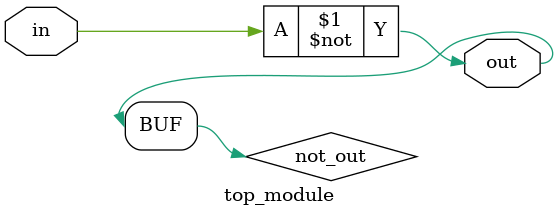
<source format=sv>
module top_module(
    input in,
    output out
);
    
    wire not_out;
    assign not_out = ~in;
    assign out = not_out;
    
endmodule

</source>
